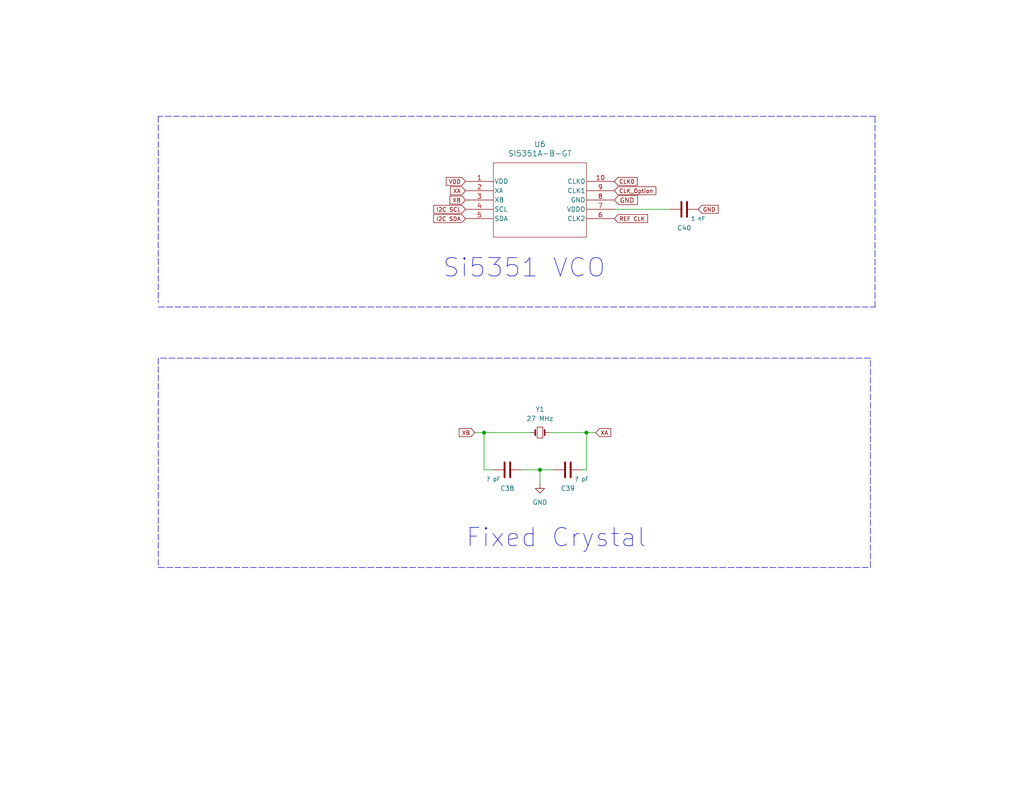
<source format=kicad_sch>
(kicad_sch (version 20230121) (generator eeschema)
  (paper "USLetter")
  (title_block (title "Timing related components") (date "2023-06-25") (rev "0.1.0"))
  (lib_symbols
    (symbol "Device:C" (pin_numbers hide) (pin_names (offset 0.254))
      (property "Reference" "C" (at 0.635 2.54 0))
      (property "Value" "C" (at 0.635 -2.54 0))
      (symbol "C_0_1"
        (polyline (pts (xy -2.032 -0.762) (xy 2.032 -0.762)) (stroke (width 0.508)))
        (polyline (pts (xy -2.032 0.762) (xy 2.032 0.762)) (stroke (width 0.508)))
      )
      (symbol "C_1_1"
        (pin passive line (at 0 3.81 270) (length 2.794) (name "~") (number "1"))
        (pin passive line (at 0 -3.81 90) (length 2.794) (name "~") (number "2"))
      )
    )
    (symbol "Device:Crystal_Small" (pin_numbers hide) (pin_names (offset 1.016) hide)
      (property "Reference" "Y" (at 0 2.54 0))
      (property "Value" "Crystal_Small" (at 0 -2.54 0))
      (symbol "Crystal_Small_0_1"
        (rectangle (start -0.762 -1.524) (end 0.762 1.524))
        (polyline (pts (xy -1.27 -0.762) (xy -1.27 0.762)) (stroke (width 0.381)))
        (polyline (pts (xy 1.27 -0.762) (xy 1.27 0.762)) (stroke (width 0.381)))
      )
      (symbol "Crystal_Small_1_1"
        (pin passive line (at -2.54 0 0) (length 1.27) (name "1") (number "1"))
        (pin passive line (at 2.54 0 180) (length 1.27) (name "2") (number "2"))
      )
    )
    (symbol "HF103-redux:SI5351A-B-GT" (pin_names (offset 0.254))
      (property "Reference" "U" (at 20.32 10.16 0))
      (property "Value" "SI5351A-B-GT" (at 20.32 7.62 0))
      (symbol "SI5351A-B-GT_0_1"
        (polyline (pts (xy 7.62 -15.24) (xy 33.02 -15.24)) (stroke (width 0.127)))
        (polyline (pts (xy 7.62 5.08) (xy 7.62 -15.24)) (stroke (width 0.127)))
        (polyline (pts (xy 33.02 -15.24) (xy 33.02 5.08)) (stroke (width 0.127)))
        (polyline (pts (xy 33.02 5.08) (xy 7.62 5.08)) (stroke (width 0.127)))
        (pin power_in line (at 0 0 0) (length 7.62) (name "VDD") (number "1"))
        (pin bidirectional line (at 40.64 0 180) (length 7.62) (name "CLK0") (number "10"))
        (pin input line (at 0 -2.54 0) (length 7.62) (name "XA") (number "2"))
        (pin input line (at 0 -5.08 0) (length 7.62) (name "XB") (number "3"))
        (pin input line (at 0 -7.62 0) (length 7.62) (name "SCL") (number "4"))
        (pin bidirectional line (at 0 -10.16 0) (length 7.62) (name "SDA") (number "5"))
        (pin bidirectional line (at 40.64 -10.16 180) (length 7.62) (name "CLK2") (number "6"))
        (pin power_in line (at 40.64 -7.62 180) (length 7.62) (name "VDDO") (number "7"))
        (pin power_out line (at 40.64 -5.08 180) (length 7.62) (name "GND") (number "8"))
        (pin bidirectional line (at 40.64 -2.54 180) (length 7.62) (name "CLK1") (number "9"))
      )
    )
    (symbol "power:GND" (power) (pin_names (offset 0))
      (property "Value" "GND" (at 0 -3.81 0))
      (symbol "GND_0_1"
        (polyline (pts (xy 0 0) (xy 0 -1.27) (xy 1.27 -1.27) (xy 0 -2.54) (xy -1.27 -1.27) (xy 0 -1.27)))
      )
      (symbol "GND_1_1"
        (pin power_in line (at 0 0 270) (length 0) hide (name "GND") (number "1"))
      )
    )
  )
  (junction (at 160.02 118.11))
  (junction (at 132.08 118.11))
  (junction (at 147.32 128.27))
  (polyline (pts (xy 238.76 83.82) (xy 238.76 31.75)) (stroke (width 0) (type dash)))
  (polyline (pts (xy 43.18 97.79) (xy 43.18 154.94)) (stroke (width 0) (type dash)))
  (wire (pts (xy 167.64 57.15) (xy 182.88 57.15)))
  (wire (pts (xy 147.32 128.27) (xy 147.32 132.08)))
  (polyline (pts (xy 43.18 31.75) (xy 43.18 82.55)) (stroke (width 0) (type dash)))
  (polyline (pts (xy 43.18 154.94) (xy 237.49 154.94)) (stroke (width 0) (type dash)))
  (wire (pts (xy 142.24 128.27) (xy 147.32 128.27)))
  (wire (pts (xy 132.08 118.11) (xy 144.78 118.11)))
  (wire (pts (xy 132.08 118.11) (xy 132.08 128.27)))
  (wire (pts (xy 149.86 118.11) (xy 160.02 118.11)))
  (polyline (pts (xy 237.49 154.94) (xy 237.49 97.79)) (stroke (width 0) (type dash)))
  (wire (pts (xy 158.75 128.27) (xy 160.02 128.27)))
  (wire (pts (xy 147.32 128.27) (xy 151.13 128.27)))
  (wire (pts (xy 132.08 128.27) (xy 134.62 128.27)))
  (wire (pts (xy 160.02 128.27) (xy 160.02 118.11)))
  (wire (pts (xy 160.02 118.11) (xy 162.56 118.11)))
  (polyline (pts (xy 237.49 97.79) (xy 43.18 97.79)) (stroke (width 0) (type dash)))
  (polyline (pts (xy 238.76 31.75) (xy 43.18 31.75)) (stroke (width 0) (type dash)))
  (polyline (pts (xy 43.18 83.82) (xy 238.76 83.82)) (stroke (width 0) (type dash)))
  (wire (pts (xy 129.54 118.11) (xy 132.08 118.11)))
  (text "Si5351 VCO" (at 120.65 76.2 0) (effects (font (size 5 5)) (justify left bottom)))
  (text "Fixed Crystal" (at 127 149.86 0) (effects (font (size 5 5)) (justify left bottom)))
  (global_label "VDD" (shape input) (at 127 49.53 180) (effects (font (size 1.1 1.1))) (property "Intersheetrefs" "${INTERSHEET_REFS}" (effects hide)))
  (global_label "GND" (shape input) (at 190.5 57.15 0) (effects (font (size 1.1 1.1))) (property "Intersheetrefs" "${INTERSHEET_REFS}" (effects hide)))
  (global_label "XA" (shape input) (at 127 52.07 180) (effects (font (size 1.1 1.1))) (property "Intersheetrefs" "${INTERSHEET_REFS}" (effects hide)))
  (global_label "XA" (shape input) (at 162.56 118.11 0) (effects (font (size 1.1 1.1))) (property "Intersheetrefs" "${INTERSHEET_REFS}" (effects hide)))
  (global_label "I2C SCL" (shape input) (at 127 57.15 180) (effects (font (size 1.1 1.1))) (property "Intersheetrefs" "${INTERSHEET_REFS}" (effects hide)))
  (global_label "I2C SDA" (shape input) (at 127 59.69 180) (effects (font (size 1.1 1.1))) (property "Intersheetrefs" "${INTERSHEET_REFS}" (effects hide)))
  (global_label "CLK0" (shape input) (at 167.64 49.53 0) (effects (font (size 1.1 1.1))) (property "Intersheetrefs" "${INTERSHEET_REFS}" (effects hide)))
  (global_label "REF CLK" (shape input) (at 167.64 59.69 0) (effects (font (size 1.1 1.1))) (property "Intersheetrefs" "${INTERSHEET_REFS}" (effects hide)))
  (global_label "XB" (shape input) (at 129.54 118.11 180) (effects (font (size 1.1 1.1))) (property "Intersheetrefs" "${INTERSHEET_REFS}" (effects hide)))
  (global_label "GND" (shape input) (at 167.64 54.61 0) (property "Intersheetrefs" "${INTERSHEET_REFS}" (effects hide)))
  (global_label "XB" (shape input) (at 127 54.61 180) (effects (font (size 1.1 1.1))) (property "Intersheetrefs" "${INTERSHEET_REFS}" (effects hide)))
  (global_label "CLK_Option" (shape input) (at 167.64 52.07 0) (effects (font (size 1.1 1.1))) (property "Intersheetrefs" "${INTERSHEET_REFS}" (effects hide)))
  (symbol (lib_id "Device:C") (at 138.43 128.27 270) (unit 1)
    (property "Reference" "C38" (at 138.43 133.35 90))
    (property "Value" "? pF" (at 134.62 130.81 90) (effects (font (size 1.1 1.1))))
    (property "Footprint" "Capacitor_SMD:C_0805_2012Metric_Pad1.18x1.45mm_HandSolder" (effects hide))
  )
  (symbol (lib_id "HF103-redux:SI5351A-B-GT") (at 127 49.53 0) (unit 1)
    (property "Reference" "U6" (at 147.32 39.37 0) (effects (font (size 1.524 1.524))))
    (property "Value" "SI5351A-B-GT" (at 147.32 41.91 0) (effects (font (size 1.524 1.524))))
    (property "Footprint" "Package_SO:MSOP-10-1EP_3x3mm_P0.5mm_EP1.73x1.98mm" (effects hide))
    (property "Datasheet" "https://www.skyworksinc.com/-/media/Skyworks/SL/documents/public/data-sheets/Si5351-B.pdf" (effects hide))
  )
  (symbol (lib_id "Device:C") (at 186.69 57.15 270) (unit 1)
    (property "Reference" "C40" (at 186.69 62.23 90))
    (property "Value" "1 nF" (at 190.5 59.69 90) (effects (font (size 1.1 1.1))))
    (property "Footprint" "Capacitor_SMD:C_0805_2012Metric_Pad1.18x1.45mm_HandSolder" (effects hide))
  )
  (symbol (lib_id "power:GND") (at 147.32 132.08 0) (unit 1)
    (property "Reference" "#PWR019" (effects hide))
    (property "Value" "GND" (at 147.32 137.16 0))
  )
  (symbol (lib_id "Device:C") (at 154.94 128.27 270) (unit 1)
    (property "Reference" "C39" (at 154.94 133.35 90))
    (property "Value" "? pF" (at 158.75 130.81 90) (effects (font (size 1.1 1.1))))
    (property "Footprint" "Capacitor_SMD:C_0805_2012Metric_Pad1.18x1.45mm_HandSolder" (effects hide))
  )
  (symbol (lib_id "Device:Crystal_Small") (at 147.32 118.11 0) (unit 1)
    (property "Reference" "Y1" (at 147.32 111.76 0))
    (property "Value" "27 MHz" (at 147.32 114.3 0))
    (property "Footprint" "Crystal:Crystal_SMD_0603-2Pin_6.0x3.5mm_HandSoldering" (effects hide))
  )
)
</source>
